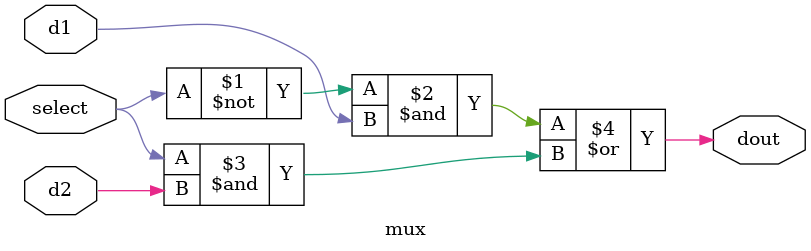
<source format=v>
module mux(d1,d2,select,dout);
input d1,d2;
input select;
output dout;

assign dout=(((~select)&d1)|(select & d2));

endmodule
</source>
